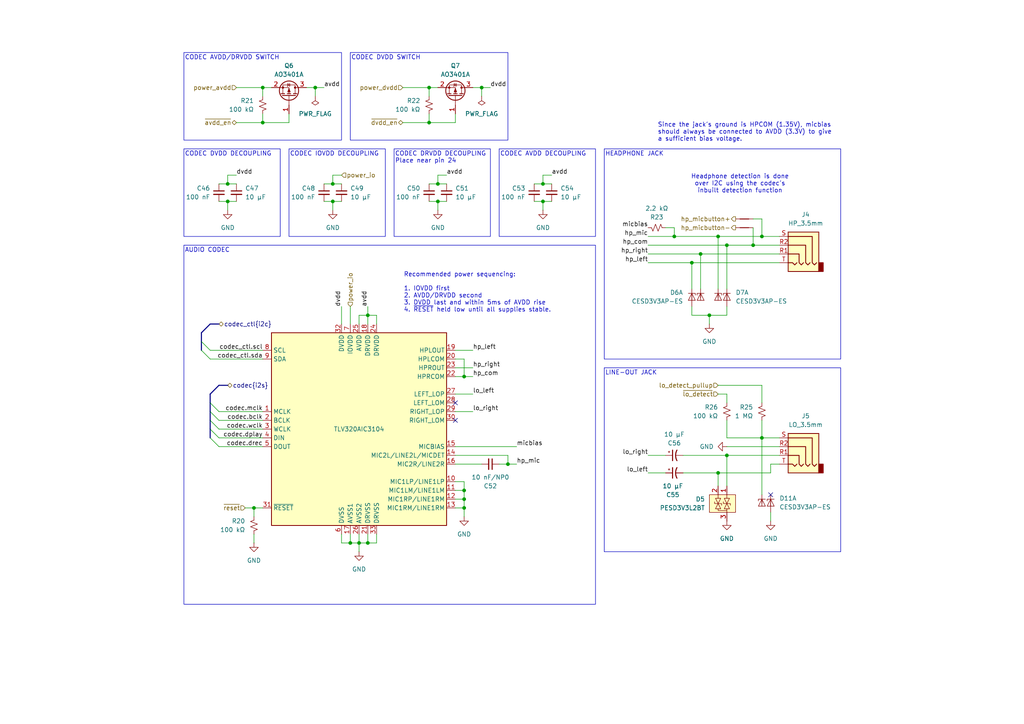
<source format=kicad_sch>
(kicad_sch (version 20231120) (generator "eeschema") (generator_version "8.0")
  (paper "A4")
  (title_block (title "Audio CODEC & 3.5mm jacks") (date "2024-11-14") (rev "Rev1") (comment 1 "Author: Aidan MacDonald"))
  (lib_symbols
    (symbol "Connector_Audio:AudioJack4"
      (property "Reference" "J" (at 0 8.89 0))
      (property "Value" "AudioJack4" (at 0 6.35 0))
      (symbol "AudioJack4_0_1"
        (rectangle (start -6.35 -5.08) (end -7.62 -7.62) (stroke (width 0.254)) (fill (type outline)))
        (polyline (pts (xy 0 -5.08) (xy 0.635 -5.715) (xy 1.27 -5.08) (xy 2.54 -5.08)) (stroke (width 0.254)))
        (polyline (pts (xy -5.715 -5.08) (xy -5.08 -5.715) (xy -4.445 -5.08) (xy -4.445 2.54) (xy 2.54 2.54)) (stroke (width 0.254)))
        (polyline (pts (xy -1.905 -5.08) (xy -1.27 -5.715) (xy -0.635 -5.08) (xy -0.635 -2.54) (xy 2.54 -2.54)) (stroke (width 0.254)))
        (polyline (pts (xy 2.54 0) (xy -2.54 0) (xy -2.54 -5.08) (xy -3.175 -5.715) (xy -3.81 -5.08)) (stroke (width 0.254)))
        (rectangle (start 2.54 3.81) (end -6.35 -7.62) (stroke (width 0.254)) (fill (type background)))
      )
      (symbol "AudioJack4_1_1"
        (pin passive line (at 5.08 -2.54 180) (length 2.54) (name "~") (number "R1"))
        (pin passive line (at 5.08 0 180) (length 2.54) (name "~") (number "R2"))
        (pin passive line (at 5.08 2.54 180) (length 2.54) (name "~") (number "S"))
        (pin passive line (at 5.08 -5.08 180) (length 2.54) (name "~") (number "T"))
      )
    )
    (symbol "Device:C_Polarized_Small_US" (pin_numbers hide) (pin_names (offset 0.254) hide)
      (property "Reference" "C" (at 0.254 1.778 0))
      (property "Value" "C_Polarized_Small_US" (at 0.254 -2.032 0))
      (symbol "C_Polarized_Small_US_0_1"
        (polyline (pts (xy -1.524 0.508) (xy 1.524 0.508)) (stroke (width 0.3048)))
        (polyline (pts (xy -1.27 1.524) (xy -0.762 1.524)))
        (polyline (pts (xy -1.016 1.27) (xy -1.016 1.778)))
        (arc (start 1.524 -0.762) (mid 0 -0.3734) (end -1.524 -0.762) (stroke (width 0.3048)))
      )
      (symbol "C_Polarized_Small_US_1_1"
        (pin passive line (at 0 2.54 270) (length 2.032) (name "~") (number "1"))
        (pin passive line (at 0 -2.54 90) (length 2.032) (name "~") (number "2"))
      )
    )
    (symbol "Device:C_Small" (pin_numbers hide) (pin_names (offset 0.254) hide)
      (property "Reference" "C" (at 0.254 1.778 0))
      (property "Value" "C_Small" (at 0.254 -2.032 0))
      (symbol "C_Small_0_1"
        (polyline (pts (xy -1.524 -0.508) (xy 1.524 -0.508)) (stroke (width 0.3302)))
        (polyline (pts (xy -1.524 0.508) (xy 1.524 0.508)) (stroke (width 0.3048)))
      )
      (symbol "C_Small_1_1"
        (pin passive line (at 0 2.54 270) (length 2.032) (name "~") (number "1"))
        (pin passive line (at 0 -2.54 90) (length 2.032) (name "~") (number "2"))
      )
    )
    (symbol "Device:NetTie_2" (pin_numbers hide) (pin_names (offset 0) hide) (in_bom no)
      (property "Reference" "NT" (at 0 1.27 0))
      (property "Value" "NetTie_2" (at 0 -1.27 0))
      (symbol "NetTie_2_0_1"
        (polyline (pts (xy -1.27 0) (xy 1.27 0)) (stroke (width 0.254)))
      )
      (symbol "NetTie_2_1_1"
        (pin passive line (at -2.54 0 0) (length 2.54) (name "1") (number "1"))
        (pin passive line (at 2.54 0 180) (length 2.54) (name "2") (number "2"))
      )
    )
    (symbol "Device:Q_PMOS_GSD" (pin_names (offset 0) hide)
      (property "Reference" "Q" (at 5.08 1.27 0))
      (property "Value" "Q_PMOS_GSD" (at 5.08 -1.27 0))
      (symbol "Q_PMOS_GSD_0_1"
        (polyline (pts (xy 0.254 0) (xy -2.54 0)))
        (polyline (pts (xy 0.254 1.905) (xy 0.254 -1.905)) (stroke (width 0.254)))
        (polyline (pts (xy 0.762 -1.27) (xy 0.762 -2.286)) (stroke (width 0.254)))
        (polyline (pts (xy 0.762 0.508) (xy 0.762 -0.508)) (stroke (width 0.254)))
        (polyline (pts (xy 0.762 2.286) (xy 0.762 1.27)) (stroke (width 0.254)))
        (polyline (pts (xy 2.54 2.54) (xy 2.54 1.778)))
        (polyline (pts (xy 2.54 -2.54) (xy 2.54 0) (xy 0.762 0)))
        (polyline (pts (xy 0.762 1.778) (xy 3.302 1.778) (xy 3.302 -1.778) (xy 0.762 -1.778)))
        (polyline (pts (xy 2.286 0) (xy 1.27 0.381) (xy 1.27 -0.381) (xy 2.286 0)) (fill (type outline)))
        (polyline (pts (xy 2.794 -0.508) (xy 2.921 -0.381) (xy 3.683 -0.381) (xy 3.81 -0.254)))
        (polyline (pts (xy 3.302 -0.381) (xy 2.921 0.254) (xy 3.683 0.254) (xy 3.302 -0.381)))
        (circle (center 1.651 0) (radius 2.794) (stroke (width 0.254)))
        (circle (center 2.54 -1.778) (radius 0.254) (fill (type outline)))
        (circle (center 2.54 1.778) (radius 0.254) (fill (type outline)))
      )
      (symbol "Q_PMOS_GSD_1_1"
        (pin input line (at -5.08 0 0) (length 2.54) (name "G") (number "1"))
        (pin passive line (at 2.54 -5.08 90) (length 2.54) (name "S") (number "2"))
        (pin passive line (at 2.54 5.08 270) (length 2.54) (name "D") (number "3"))
      )
    )
    (symbol "Device:R_Small_US" (pin_numbers hide) (pin_names (offset 0.254) hide)
      (property "Reference" "R" (at 0.762 0.508 0))
      (property "Value" "R_Small_US" (at 0.762 -1.016 0))
      (symbol "R_Small_US_1_1"
        (polyline (pts (xy 0 0) (xy 1.016 -0.381) (xy 0 -0.762) (xy -1.016 -1.143) (xy 0 -1.524)))
        (polyline (pts (xy 0 1.524) (xy 1.016 1.143) (xy 0 0.762) (xy -1.016 0.381) (xy 0 0)))
        (pin passive line (at 0 2.54 270) (length 1.016) (name "~") (number "1"))
        (pin passive line (at 0 -2.54 90) (length 1.016) (name "~") (number "2"))
      )
    )
    (symbol "echoplayer:CESD3V3AP-ES" (pin_numbers hide) (pin_names hide)
      (property "Reference" "D" (at -1.524 2.54 0))
      (property "Value" "CESD3V3AP-ES" (at 0 -2.54 0))
      (symbol "CESD3V3AP-ES_0_1"
        (polyline (pts (xy 0.762 0) (xy -1.27 0)))
        (polyline (pts (xy -1.27 1.016) (xy -1.27 -1.016) (xy -0.762 -1.016)))
        (polyline (pts (xy 0.762 1.016) (xy -1.27 0) (xy 0.762 -1.016) (xy 0.762 1.016)))
      )
      (symbol "CESD3V3AP-ES_1_1"
        (pin passive line (at -2.54 0 0) (length 2.54) (name "K1") (number "1"))
        (pin passive line (at 2.54 0 180) (length 2.54) (name "A") (number "3"))
      )
      (symbol "CESD3V3AP-ES_2_1"
        (pin passive line (at -2.54 0 0) (length 2.54) (name "K2") (number "2"))
      )
    )
    (symbol "echoplayer:PESD3V3L2BT" (pin_names (offset 0.002) hide)
      (property "Reference" "D" (at -1.524 3.556 0))
      (property "Value" "PESD3V3L2BT" (at 0 -6.604 0))
      (symbol "PESD3V3L2BT_0_1"
        (polyline (pts (xy -1.524 -1.778) (xy 0 -2.54) (xy -1.524 -3.302) (xy -1.524 -1.778)))
        (polyline (pts (xy -1.524 0.762) (xy 0 0) (xy -1.524 -0.762) (xy -1.524 0.762)))
        (polyline (pts (xy 1.524 -1.778) (xy 0 -2.54) (xy 1.524 -3.302) (xy 1.524 -1.778)))
        (polyline (pts (xy 1.524 0.762) (xy 0 0) (xy 1.524 -0.762) (xy 1.524 0.762)))
      )
      (symbol "PESD3V3L2BT_1_1"
        (rectangle (start -2.54 2.54) (end 2.54 -5.08) (fill (type background)))
        (polyline (pts (xy -2.54 -2.54) (xy -1.524 -2.54)))
        (polyline (pts (xy -2.54 0) (xy -1.524 0)))
        (polyline (pts (xy 2.54 0) (xy 1.524 0)))
        (polyline (pts (xy 2.032 0) (xy 2.032 -2.54) (xy 1.524 -2.54)))
        (polyline (pts (xy -0.508 -3.556) (xy 0 -3.556) (xy 0 -1.524) (xy 0.508 -1.524)))
        (polyline (pts (xy -0.508 -1.016) (xy 0 -1.016) (xy 0 1.016) (xy 0.508 1.016)))
        (pin passive line (at -5.08 0 0) (length 2.54) (name "IO1") (number "1"))
        (pin passive line (at -5.08 -2.54 0) (length 2.54) (name "IO2") (number "2"))
        (pin passive line (at 5.08 0 180) (length 2.54) (name "GND") (number "3"))
      )
    )
    (symbol "echoplayer:TLV320AIC3104"
      (property "Value" "TLV320AIC3104" (at -7.366 0 0))
      (symbol "TLV320AIC3104_0_1"
        (rectangle (start -25.4 27.94) (end 25.4 -27.94) (stroke (width 0.254)) (fill (type background)))
      )
      (symbol "TLV320AIC3104_1_1"
        (pin input line (at -27.94 5.08 0) (length 2.54) (name "MCLK") (number "1"))
        (pin input line (at 27.94 -15.24 180) (length 2.54) (name "MIC1LP/LINE1LP") (number "10"))
        (pin input line (at 27.94 -17.78 180) (length 2.54) (name "MIC1LM/LINE1LM") (number "11"))
        (pin input line (at 27.94 -20.32 180) (length 2.54) (name "MIC1RP/LINE1RM") (number "12"))
        (pin input line (at 27.94 -22.86 180) (length 2.54) (name "MIC1RM/LINE1RM") (number "13"))
        (pin input line (at 27.94 -7.62 180) (length 2.54) (name "MIC2L/LINE2L/MICDET") (number "14"))
        (pin power_out line (at 27.94 -5.08 180) (length 2.54) (name "MICBIAS") (number "15"))
        (pin input line (at 27.94 -10.16 180) (length 2.54) (name "MIC2R/LINE2R") (number "16"))
        (pin power_in line (at -2.54 -30.48 90) (length 2.54) (name "AVSS1") (number "17"))
        (pin power_in line (at 2.54 30.48 270) (length 2.54) (name "DRVDD") (number "18"))
        (pin output line (at 27.94 22.86 180) (length 2.54) (name "HPLOUT") (number "19"))
        (pin bidirectional line (at -27.94 2.54 0) (length 2.54) (name "BCLK") (number "2"))
        (pin bidirectional line (at 27.94 20.32 180) (length 2.54) (name "HPLCOM") (number "20"))
        (pin power_in line (at 2.54 -30.48 90) (length 2.54) (name "DRVSS") (number "21"))
        (pin output line (at 27.94 15.24 180) (length 2.54) (name "HPRCOM") (number "22"))
        (pin output line (at 27.94 17.78 180) (length 2.54) (name "HPROUT") (number "23"))
        (pin power_in line (at 5.08 30.48 270) (length 2.54) (name "DRVDD") (number "24"))
        (pin power_in line (at 0 30.48 270) (length 2.54) (name "AVDD") (number "25"))
        (pin power_in line (at 0 -30.48 90) (length 2.54) (name "AVSS2") (number "26"))
        (pin output line (at 27.94 10.16 180) (length 2.54) (name "LEFT_LOP") (number "27"))
        (pin output line (at 27.94 7.62 180) (length 2.54) (name "LEFT_LOM") (number "28"))
        (pin output line (at 27.94 5.08 180) (length 2.54) (name "RIGHT_LOP") (number "29"))
        (pin bidirectional line (at -27.94 0 0) (length 2.54) (name "WCLK") (number "3"))
        (pin output line (at 27.94 2.54 180) (length 2.54) (name "RIGHT_LOM") (number "30"))
        (pin input line (at -27.94 -22.86 0) (length 2.54) (name "~{RESET}") (number "31"))
        (pin power_in line (at -5.08 30.48 270) (length 2.54) (name "DVDD") (number "32"))
        (pin power_in line (at 5.08 -30.48 90) (length 2.54) (name "DRVSS") (number "33"))
        (pin input line (at -27.94 -2.54 0) (length 2.54) (name "DIN") (number "4"))
        (pin output line (at -27.94 -5.08 0) (length 2.54) (name "DOUT") (number "5"))
        (pin power_in line (at -5.08 -30.48 90) (length 2.54) (name "DVSS") (number "6"))
        (pin power_in line (at -2.54 30.48 270) (length 2.54) (name "IOVDD") (number "7"))
        (pin bidirectional line (at -27.94 22.86 0) (length 2.54) (name "SCL") (number "8"))
        (pin bidirectional line (at -27.94 20.32 0) (length 2.54) (name "SDA") (number "9"))
      )
    )
    (symbol "power:GND" (power) (pin_numbers hide) (pin_names (offset 0) hide)
      (property "Value" "GND" (at 0 -3.81 0))
      (symbol "GND_0_1"
        (polyline (pts (xy 0 0) (xy 0 -1.27) (xy 1.27 -1.27) (xy 0 -2.54) (xy -1.27 -1.27) (xy 0 -1.27)))
      )
      (symbol "GND_1_1"
        (pin power_in line (at 0 0 270) (length 0) (name "~") (number "1"))
      )
    )
    (symbol "power:PWR_FLAG" (power) (pin_numbers hide) (pin_names (offset 0) hide)
      (property "Value" "PWR_FLAG" (at 0 3.81 0))
      (symbol "PWR_FLAG_0_0"
        (pin power_out line (at 0 0 90) (length 0) (name "~") (number "1"))
      )
      (symbol "PWR_FLAG_0_1"
        (polyline (pts (xy 0 0) (xy 0 1.27) (xy -1.016 1.905) (xy 0 2.54) (xy 1.016 1.905) (xy 0 1.27)))
      )
    )
  )
  (junction (at 157.48 58.42))
  (junction (at 139.7 25.4))
  (junction (at 147.32 134.62))
  (junction (at 76.2 35.56))
  (junction (at 96.52 53.34))
  (junction (at 208.28 68.58))
  (junction (at 104.14 157.48))
  (junction (at 66.04 58.42))
  (junction (at 106.68 91.44))
  (junction (at 73.66 147.32))
  (junction (at 210.82 71.12))
  (junction (at 134.62 147.32))
  (junction (at 218.44 71.12))
  (junction (at 96.52 58.42))
  (junction (at 200.66 76.2))
  (junction (at 205.74 91.44))
  (junction (at 66.04 53.34))
  (junction (at 124.46 25.4))
  (junction (at 203.2 73.66))
  (junction (at 127 53.34))
  (junction (at 76.2 25.4))
  (junction (at 220.98 127))
  (junction (at 127 58.42))
  (junction (at 134.62 142.24))
  (junction (at 106.68 157.48))
  (junction (at 195.58 68.58))
  (junction (at 157.48 53.34))
  (junction (at 208.28 137.16))
  (junction (at 210.82 132.08))
  (junction (at 101.6 157.48))
  (junction (at 91.44 25.4))
  (junction (at 134.62 144.78))
  (junction (at 220.98 68.58))
  (junction (at 124.46 35.56))
  (junction (at 134.62 109.22))
  (no_connect (at 223.52 143.51))
  (no_connect (at 132.08 116.84))
  (no_connect (at 132.08 121.92))
  (bus_entry (at 60.96 116.84) (size 2.54 2.54))
  (bus_entry (at 58.42 101.6) (size 2.54 2.54))
  (bus_entry (at 60.96 119.38) (size 2.54 2.54))
  (bus_entry (at 60.96 124.46) (size 2.54 2.54))
  (bus_entry (at 58.42 99.06) (size 2.54 2.54))
  (bus_entry (at 60.96 127) (size 2.54 2.54))
  (bus_entry (at 60.96 121.92) (size 2.54 2.54))
  (wire (pts (xy 200.66 76.2) (xy 200.66 83.82)))
  (wire (pts (xy 106.68 154.94) (xy 106.68 157.48)))
  (wire (pts (xy 104.14 91.44) (xy 106.68 91.44)))
  (wire (pts (xy 134.62 149.86) (xy 134.62 147.32)))
  (wire (pts (xy 157.48 58.42) (xy 160.02 58.42)))
  (wire (pts (xy 96.52 50.8) (xy 96.52 53.34)))
  (wire (pts (xy 226.06 127) (xy 220.98 127)))
  (wire (pts (xy 208.28 137.16) (xy 223.52 137.16)))
  (wire (pts (xy 134.62 144.78) (xy 134.62 147.32)))
  (wire (pts (xy 66.04 60.96) (xy 66.04 58.42)))
  (wire (pts (xy 210.82 132.08) (xy 226.06 132.08)))
  (bus (pts (xy 60.96 116.84) (xy 60.96 119.38)))
  (wire (pts (xy 134.62 104.14) (xy 134.62 109.22)))
  (wire (pts (xy 73.66 147.32) (xy 76.2 147.32)))
  (wire (pts (xy 147.32 134.62) (xy 149.86 134.62)))
  (wire (pts (xy 132.08 129.54) (xy 149.86 129.54)))
  (wire (pts (xy 220.98 63.5) (xy 220.98 68.58)))
  (bus (pts (xy 60.96 124.46) (xy 60.96 127)))
  (wire (pts (xy 99.06 154.94) (xy 99.06 157.48)))
  (wire (pts (xy 132.08 142.24) (xy 134.62 142.24)))
  (wire (pts (xy 208.28 68.58) (xy 208.28 83.82)))
  (wire (pts (xy 71.12 147.32) (xy 73.66 147.32)))
  (wire (pts (xy 134.62 109.22) (xy 137.16 109.22)))
  (wire (pts (xy 60.96 101.6) (xy 76.2 101.6)))
  (wire (pts (xy 195.58 68.58) (xy 208.28 68.58)))
  (wire (pts (xy 203.2 73.66) (xy 203.2 83.82)))
  (wire (pts (xy 76.2 35.56) (xy 68.58 35.56)))
  (wire (pts (xy 127 50.8) (xy 127 53.34)))
  (wire (pts (xy 83.82 33.02) (xy 83.82 35.56)))
  (wire (pts (xy 106.68 88.9) (xy 106.68 91.44)))
  (wire (pts (xy 106.68 91.44) (xy 106.68 93.98)))
  (wire (pts (xy 210.82 129.54) (xy 226.06 129.54)))
  (wire (pts (xy 104.14 154.94) (xy 104.14 157.48)))
  (wire (pts (xy 66.04 53.34) (xy 68.58 53.34)))
  (wire (pts (xy 218.44 63.5) (xy 220.98 63.5)))
  (wire (pts (xy 203.2 73.66) (xy 226.06 73.66)))
  (wire (pts (xy 200.66 76.2) (xy 226.06 76.2)))
  (wire (pts (xy 106.68 91.44) (xy 109.22 91.44)))
  (wire (pts (xy 218.44 66.04) (xy 218.44 71.12)))
  (bus (pts (xy 58.42 99.06) (xy 58.42 101.6)))
  (wire (pts (xy 93.98 58.42) (xy 96.52 58.42)))
  (wire (pts (xy 99.06 88.9) (xy 99.06 93.98)))
  (wire (pts (xy 208.28 68.58) (xy 220.98 68.58)))
  (wire (pts (xy 109.22 157.48) (xy 106.68 157.48)))
  (wire (pts (xy 218.44 71.12) (xy 226.06 71.12)))
  (bus (pts (xy 60.96 93.98) (xy 63.5 93.98)))
  (wire (pts (xy 210.82 88.9) (xy 210.82 91.44)))
  (wire (pts (xy 104.14 157.48) (xy 104.14 160.02)))
  (wire (pts (xy 91.44 25.4) (xy 93.98 25.4)))
  (wire (pts (xy 96.52 58.42) (xy 99.06 58.42)))
  (wire (pts (xy 210.82 114.3) (xy 208.28 114.3)))
  (wire (pts (xy 91.44 25.4) (xy 91.44 27.94)))
  (wire (pts (xy 144.78 134.62) (xy 147.32 134.62)))
  (wire (pts (xy 208.28 137.16) (xy 208.28 140.97)))
  (wire (pts (xy 187.96 73.66) (xy 203.2 73.66)))
  (bus (pts (xy 60.96 114.3) (xy 60.96 116.84)))
  (wire (pts (xy 109.22 91.44) (xy 109.22 93.98)))
  (wire (pts (xy 132.08 109.22) (xy 134.62 109.22)))
  (wire (pts (xy 154.94 58.42) (xy 157.48 58.42)))
  (wire (pts (xy 132.08 119.38) (xy 137.16 119.38)))
  (wire (pts (xy 76.2 33.02) (xy 76.2 35.56)))
  (wire (pts (xy 132.08 114.3) (xy 137.16 114.3)))
  (wire (pts (xy 220.98 127) (xy 220.98 121.92)))
  (wire (pts (xy 137.16 25.4) (xy 139.7 25.4)))
  (wire (pts (xy 210.82 71.12) (xy 218.44 71.12)))
  (wire (pts (xy 124.46 35.56) (xy 116.84 35.56)))
  (wire (pts (xy 223.52 137.16) (xy 223.52 134.62)))
  (wire (pts (xy 66.04 50.8) (xy 68.58 50.8)))
  (wire (pts (xy 132.08 144.78) (xy 134.62 144.78)))
  (wire (pts (xy 139.7 25.4) (xy 142.24 25.4)))
  (bus (pts (xy 60.96 119.38) (xy 60.96 121.92)))
  (wire (pts (xy 63.5 53.34) (xy 66.04 53.34)))
  (wire (pts (xy 147.32 132.08) (xy 147.32 134.62)))
  (wire (pts (xy 73.66 154.94) (xy 73.66 157.48)))
  (wire (pts (xy 101.6 154.94) (xy 101.6 157.48)))
  (bus (pts (xy 58.42 96.52) (xy 60.96 93.98)))
  (wire (pts (xy 187.96 71.12) (xy 210.82 71.12)))
  (wire (pts (xy 132.08 139.7) (xy 134.62 139.7)))
  (wire (pts (xy 210.82 116.84) (xy 210.82 114.3)))
  (wire (pts (xy 198.12 137.16) (xy 208.28 137.16)))
  (wire (pts (xy 104.14 93.98) (xy 104.14 91.44)))
  (wire (pts (xy 154.94 53.34) (xy 157.48 53.34)))
  (wire (pts (xy 193.04 66.04) (xy 195.58 66.04)))
  (wire (pts (xy 68.58 25.4) (xy 76.2 25.4)))
  (wire (pts (xy 210.82 127) (xy 220.98 127)))
  (wire (pts (xy 127 60.96) (xy 127 58.42)))
  (wire (pts (xy 223.52 134.62) (xy 226.06 134.62)))
  (wire (pts (xy 93.98 53.34) (xy 96.52 53.34)))
  (wire (pts (xy 76.2 25.4) (xy 76.2 27.94)))
  (wire (pts (xy 63.5 124.46) (xy 76.2 124.46)))
  (wire (pts (xy 132.08 35.56) (xy 124.46 35.56)))
  (wire (pts (xy 116.84 25.4) (xy 124.46 25.4)))
  (wire (pts (xy 88.9 25.4) (xy 91.44 25.4)))
  (wire (pts (xy 127 50.8) (xy 129.54 50.8)))
  (wire (pts (xy 132.08 134.62) (xy 139.7 134.62)))
  (wire (pts (xy 210.82 71.12) (xy 210.82 83.82)))
  (wire (pts (xy 106.68 157.48) (xy 104.14 157.48)))
  (wire (pts (xy 96.52 53.34) (xy 99.06 53.34)))
  (wire (pts (xy 205.74 91.44) (xy 205.74 93.98)))
  (wire (pts (xy 60.96 104.14) (xy 76.2 104.14)))
  (wire (pts (xy 63.5 127) (xy 76.2 127)))
  (wire (pts (xy 63.5 129.54) (xy 76.2 129.54)))
  (wire (pts (xy 101.6 88.9) (xy 101.6 93.98)))
  (wire (pts (xy 223.52 148.59) (xy 223.52 151.13)))
  (wire (pts (xy 157.48 50.8) (xy 160.02 50.8)))
  (wire (pts (xy 132.08 33.02) (xy 132.08 35.56)))
  (wire (pts (xy 63.5 119.38) (xy 76.2 119.38)))
  (wire (pts (xy 109.22 154.94) (xy 109.22 157.48)))
  (wire (pts (xy 134.62 139.7) (xy 134.62 142.24)))
  (wire (pts (xy 63.5 58.42) (xy 66.04 58.42)))
  (wire (pts (xy 76.2 25.4) (xy 78.74 25.4)))
  (wire (pts (xy 101.6 157.48) (xy 104.14 157.48)))
  (wire (pts (xy 96.52 50.8) (xy 99.06 50.8)))
  (wire (pts (xy 124.46 33.02) (xy 124.46 35.56)))
  (wire (pts (xy 139.7 25.4) (xy 139.7 27.94)))
  (wire (pts (xy 187.96 132.08) (xy 193.04 132.08)))
  (wire (pts (xy 195.58 66.04) (xy 195.58 68.58)))
  (bus (pts (xy 60.96 121.92) (xy 60.96 124.46)))
  (wire (pts (xy 157.48 53.34) (xy 160.02 53.34)))
  (wire (pts (xy 124.46 25.4) (xy 124.46 27.94)))
  (wire (pts (xy 132.08 104.14) (xy 134.62 104.14)))
  (wire (pts (xy 210.82 121.92) (xy 210.82 127)))
  (wire (pts (xy 200.66 91.44) (xy 205.74 91.44)))
  (wire (pts (xy 134.62 147.32) (xy 132.08 147.32)))
  (wire (pts (xy 83.82 35.56) (xy 76.2 35.56)))
  (wire (pts (xy 132.08 101.6) (xy 137.16 101.6)))
  (wire (pts (xy 63.5 121.92) (xy 76.2 121.92)))
  (wire (pts (xy 208.28 111.76) (xy 220.98 111.76)))
  (wire (pts (xy 132.08 132.08) (xy 147.32 132.08)))
  (wire (pts (xy 220.98 127) (xy 220.98 143.51)))
  (wire (pts (xy 187.96 76.2) (xy 200.66 76.2)))
  (wire (pts (xy 66.04 58.42) (xy 68.58 58.42)))
  (wire (pts (xy 157.48 50.8) (xy 157.48 53.34)))
  (wire (pts (xy 127 58.42) (xy 129.54 58.42)))
  (wire (pts (xy 200.66 88.9) (xy 200.66 91.44)))
  (wire (pts (xy 220.98 68.58) (xy 226.06 68.58)))
  (bus (pts (xy 58.42 96.52) (xy 58.42 99.06)))
  (wire (pts (xy 124.46 25.4) (xy 127 25.4)))
  (wire (pts (xy 198.12 132.08) (xy 210.82 132.08)))
  (wire (pts (xy 66.04 50.8) (xy 66.04 53.34)))
  (wire (pts (xy 99.06 157.48) (xy 101.6 157.48)))
  (wire (pts (xy 134.62 142.24) (xy 134.62 144.78)))
  (bus (pts (xy 63.5 111.76) (xy 60.96 114.3)))
  (bus (pts (xy 63.5 111.76) (xy 66.04 111.76)))
  (wire (pts (xy 210.82 132.08) (xy 210.82 140.97)))
  (wire (pts (xy 187.96 68.58) (xy 195.58 68.58)))
  (wire (pts (xy 157.48 60.96) (xy 157.48 58.42)))
  (wire (pts (xy 210.82 91.44) (xy 205.74 91.44)))
  (wire (pts (xy 127 53.34) (xy 129.54 53.34)))
  (wire (pts (xy 132.08 106.68) (xy 137.16 106.68)))
  (wire (pts (xy 96.52 60.96) (xy 96.52 58.42)))
  (wire (pts (xy 124.46 58.42) (xy 127 58.42)))
  (wire (pts (xy 73.66 147.32) (xy 73.66 149.86)))
  (wire (pts (xy 124.46 53.34) (xy 127 53.34)))
  (wire (pts (xy 220.98 111.76) (xy 220.98 116.84)))
  (wire (pts (xy 187.96 137.16) (xy 193.04 137.16)))
  (rectangle (start 175.26 43.18) (end 243.84 104.14))
  (rectangle (start 101.6 15.24) (end 147.32 40.64))
  (rectangle (start 175.26 106.68) (end 243.84 160.02))
  (rectangle (start 53.34 71.12) (end 172.72 175.26))
  (rectangle (start 114.3 43.18) (end 142.24 68.58))
  (rectangle (start 144.78 43.18) (end 172.72 68.58))
  (rectangle (start 83.82 43.18) (end 111.76 68.58))
  (rectangle (start 53.34 15.24) (end 99.06 40.64))
  (rectangle (start 53.34 43.18) (end 81.28 68.58))
  (text "HEADPHONE JACK" (at 175.514 43.942 0) (effects (font (size 1.27 1.27)) (justify left top)))
  (text "CODEC AVDD DECOUPLING" (at 145.034 43.942 0) (effects (font (size 1.27 1.27)) (justify left top)))
  (text "CODEC AVDD/DRVDD SWITCH" (at 53.594 16.764 0) (effects (font (size 1.27 1.27)) (justify left)))
  (text "CODEC DRVDD DECOUPLING\nPlace near pin 24" (at 114.554 43.942 0) (effects (font (size 1.27 1.27)) (justify left top)))
  (text "Headphone detection is done\nover I2C using the codec's\ninbuilt detection function" (at 214.63 53.34 0) (effects (font (size 1.27 1.27))))
  (text "CODEC DVDD DECOUPLING" (at 53.594 43.942 0) (effects (font (size 1.27 1.27)) (justify left top)))
  (text "LINE-OUT JACK" (at 175.514 107.442 0) (effects (font (size 1.27 1.27)) (justify left top)))
  (text "CODEC IOVDD DECOUPLING" (at 84.074 43.942 0) (effects (font (size 1.27 1.27)) (justify left top)))
  (text "Since the jack's ground is HPCOM (1.35V), micbias\nshould always be connected to AVDD (3.3V) to give\na sufficient bias voltage." (at 190.754 38.354 0) (effects (font (size 1.27 1.27)) (justify left)))
  (text "AUDIO CODEC" (at 53.594 71.882 0) (effects (font (size 1.27 1.27)) (justify left top)))
  (text "Recommended power sequencing:\n\n1. IOVDD first\n2. AVDD/DRVDD second\n3. DVDD last and within 5ms of AVDD rise\n4. ~{RESET} held low until all supplies stable." (at 117.094 84.836 0) (effects (font (size 1.27 1.27)) (justify left)))
  (text "CODEC DVDD SWITCH" (at 101.854 16.764 0) (effects (font (size 1.27 1.27)) (justify left)))
  (label "lo_right" (at 187.96 132.08 180))
  (label "codec_ctl.scl" (at 76.2 101.6 180))
  (label "codec.dplay" (at 76.2 127 180))
  (label "micbias" (at 149.86 129.54 0))
  (label "hp_mic" (at 187.96 68.58 180))
  (label "avdd" (at 93.98 25.4 0))
  (label "micbias" (at 187.96 66.04 180))
  (label "codec.mclk" (at 76.2 119.38 180))
  (label "hp_mic" (at 149.86 134.62 0))
  (label "hp_left" (at 187.96 76.2 180))
  (label "dvdd" (at 142.24 25.4 0))
  (label "lo_left" (at 137.16 114.3 0))
  (label "codec.drec" (at 76.2 129.54 180))
  (label "hp_right" (at 187.96 73.66 180))
  (label "codec.bclk" (at 76.2 121.92 180))
  (label "codec_ctl.sda" (at 76.2 104.14 180))
  (label "lo_right" (at 137.16 119.38 0))
  (label "hp_com" (at 137.16 109.22 0))
  (label "dvdd" (at 99.06 88.9 90))
  (label "dvdd" (at 68.58 50.8 0))
  (label "avdd" (at 129.54 50.8 0))
  (label "hp_right" (at 137.16 106.68 0))
  (label "codec.wclk" (at 76.2 124.46 180))
  (label "lo_left" (at 187.96 137.16 180))
  (label "avdd" (at 106.68 88.9 90))
  (label "hp_left" (at 137.16 101.6 0))
  (label "hp_com" (at 187.96 71.12 180))
  (label "avdd" (at 160.02 50.8 0))
  (hierarchical_label "~{dvdd_en}" (shape tri_state) (at 116.84 35.56 180))
  (hierarchical_label "codec{i2s}" (shape bidirectional) (at 66.04 111.76 0))
  (hierarchical_label "power_avdd" (shape input) (at 68.58 25.4 180))
  (hierarchical_label "hp_micbutton-" (shape output) (at 213.36 66.04 180))
  (hierarchical_label "codec_ctl{i2c}" (shape bidirectional) (at 63.5 93.98 0))
  (hierarchical_label "~{avdd_en}" (shape tri_state) (at 68.58 35.56 180))
  (hierarchical_label "~{lo_detect}" (shape input) (at 208.28 114.3 180) (effects (font (thickness 0.1588))))
  (hierarchical_label "power_io" (shape input) (at 99.06 50.8 0))
  (hierarchical_label "power_dvdd" (shape input) (at 116.84 25.4 180))
  (hierarchical_label "~{reset}" (shape input) (at 71.12 147.32 180))
  (hierarchical_label "power_io" (shape input) (at 101.6 88.9 90))
  (hierarchical_label "hp_micbutton+" (shape output) (at 213.36 63.5 180))
  (hierarchical_label "lo_detect_pullup" (shape input) (at 208.28 111.76 180) (effects (font (thickness 0.1588))))
  (symbol (lib_id "power:PWR_FLAG") (at 91.44 27.94 180) (unit 1)
    (property "Reference" "#FLG06" (effects (hide yes)))
    (property "Value" "PWR_FLAG" (at 91.44 33.02 0))
    (property "Description" "Special symbol for telling ERC where power comes from" (effects (hide yes)))
  )
  (symbol (lib_id "Device:C_Small") (at 93.98 55.88 0) (mirror y) (unit 1)
    (property "Reference" "C48" (at 91.44 54.6162 0) (effects (justify left)))
    (property "Value" "100 nF" (at 91.44 57.1562 0) (effects (justify left)))
    (property "Footprint" "Capacitor_SMD:C_0402_1005Metric" (effects (hide yes)))
    (property "Description" "Unpolarized capacitor, small symbol" (effects (hide yes)))
    (property "LCSC#" "C77020" (effects (hide yes)))
  )
  (symbol (lib_id "Device:R_Small_US") (at 210.82 119.38 0) (mirror y) (unit 1)
    (property "Reference" "R26" (at 208.28 118.1099 0) (effects (justify left)))
    (property "Value" "100 kΩ" (at 208.28 120.6499 0) (effects (justify left)))
    (property "Footprint" "Resistor_SMD:R_0402_1005Metric" (effects (hide yes)))
    (property "Description" "Resistor, small US symbol" (effects (hide yes)))
    (property "LCSC#" "C60491" (effects (hide yes)))
  )
  (symbol (lib_id "echoplayer:CESD3V3AP-ES") (at 220.98 146.05 270) (unit 2)
    (property "Reference" "D11" (effects (hide yes)))
    (property "Value" "CESD3V3AP-ES" (effects (hide yes)))
    (property "Footprint" "Package_TO_SOT_SMD:SOT-23" (effects (hide yes)))
    (property "Datasheet" "https://www.lcsc.com/datasheet/lcsc_datasheet_2409051031_ElecSuper-CESD3V3AP-ES_C5199223.pdf" (effects (hide yes)))
    (property "Description" "Unidirectional dual ESD protection diode array, 3.3V, Common Anode, SOT-23" (effects (hide yes)))
    (property "LCSC#" "C5199223" (effects (hide yes)))
  )
  (symbol (lib_id "Device:R_Small_US") (at 220.98 119.38 0) (mirror y) (unit 1)
    (property "Reference" "R25" (at 218.44 118.1099 0) (effects (justify left)))
    (property "Value" "1 MΩ" (at 218.44 120.6499 0) (effects (justify left)))
    (property "Footprint" "Resistor_SMD:R_0402_1005Metric" (effects (hide yes)))
    (property "Description" "Resistor, small US symbol" (effects (hide yes)))
    (property "LCSC#" "C138033" (effects (hide yes)))
  )
  (symbol (lib_id "Device:C_Small") (at 129.54 55.88 0) (unit 1)
    (property "Reference" "C51" (at 132.08 54.6162 0) (effects (justify left)))
    (property "Value" "10 µF" (at 132.08 57.1562 0) (effects (justify left)))
    (property "Footprint" "Capacitor_SMD:C_0603_1608Metric" (effects (hide yes)))
    (property "Description" "Unpolarized capacitor, small symbol" (effects (hide yes)))
    (property "LCSC#" "C91606" (effects (hide yes)))
  )
  (symbol (lib_id "Device:NetTie_2") (at 215.9 63.5 0) (unit 1) (in_bom no)
    (property "Reference" "NT1" (effects (hide yes)))
    (property "Value" "NetTie_2" (effects (hide yes)))
    (property "Footprint" "echoplayer:NetTie_0.15mm_SMD" (effects (hide yes)))
    (property "Description" "Net tie, 2 pins" (effects (hide yes)))
  )
  (symbol (lib_id "Device:C_Small") (at 68.58 55.88 0) (unit 1)
    (property "Reference" "C47" (at 71.12 54.6162 0) (effects (justify left)))
    (property "Value" "10 µF" (at 71.12 57.1562 0) (effects (justify left)))
    (property "Footprint" "Capacitor_SMD:C_0603_1608Metric" (effects (hide yes)))
    (property "Description" "Unpolarized capacitor, small symbol" (effects (hide yes)))
    (property "LCSC#" "C91606" (effects (hide yes)))
  )
  (symbol (lib_id "power:GND") (at 223.52 151.13 0) (unit 1)
    (property "Reference" "#PWR051" (effects (hide yes)))
    (property "Value" "GND" (at 223.52 156.21 0))
    (property "Description" "Power symbol creates a global label with name \"GND\" , ground" (effects (hide yes)))
  )
  (symbol (lib_id "Device:Q_PMOS_GSD") (at 132.08 27.94 270) (mirror x) (unit 1)
    (property "Reference" "Q7" (at 132.08 19.05 90))
    (property "Value" "AO3401A" (at 132.08 21.59 90))
    (property "Footprint" "Package_TO_SOT_SMD:SOT-23" (effects (hide yes)))
    (property "Datasheet" "https://www.lcsc.com/datasheet/lcsc_datasheet_2311091734_UMW-Youtai-Semiconductor-Co---Ltd--AO3401A_C347476.pdf" (effects (hide yes)))
    (property "Description" "P-MOSFET transistor, gate/source/drain" (effects (hide yes)))
    (property "LCSC#" "C347476" (effects (hide yes)))
  )
  (symbol (lib_id "echoplayer:CESD3V3AP-ES") (at 203.2 86.36 270) (unit 2)
    (property "Reference" "D6" (effects (hide yes)))
    (property "Value" "CESD3V3AP-ES" (effects (hide yes)))
    (property "Footprint" "Package_TO_SOT_SMD:SOT-23" (effects (hide yes)))
    (property "Datasheet" "https://www.lcsc.com/datasheet/lcsc_datasheet_2409051031_ElecSuper-CESD3V3AP-ES_C5199223.pdf" (effects (hide yes)))
    (property "Description" "Unidirectional dual ESD protection diode array, 3.3V, Common Anode, SOT-23" (effects (hide yes)))
    (property "LCSC#" "C5199223" (effects (hide yes)))
  )
  (symbol (lib_id "echoplayer:CESD3V3AP-ES") (at 210.82 86.36 270) (unit 1)
    (property "Reference" "D7" (at 213.36 84.8359 90) (effects (justify left)))
    (property "Value" "CESD3V3AP-ES" (at 213.36 87.3759 90) (effects (justify left)))
    (property "Footprint" "Package_TO_SOT_SMD:SOT-23" (effects (hide yes)))
    (property "Datasheet" "https://www.lcsc.com/datasheet/lcsc_datasheet_2409051031_ElecSuper-CESD3V3AP-ES_C5199223.pdf" (effects (hide yes)))
    (property "Description" "Unidirectional dual ESD protection diode array, 3.3V, Common Anode, SOT-23" (effects (hide yes)))
    (property "LCSC#" "C5199223" (effects (hide yes)))
  )
  (symbol (lib_id "power:PWR_FLAG") (at 139.7 27.94 180) (unit 1)
    (property "Reference" "#FLG05" (effects (hide yes)))
    (property "Value" "PWR_FLAG" (at 139.7 33.02 0))
    (property "Description" "Special symbol for telling ERC where power comes from" (effects (hide yes)))
  )
  (symbol (lib_id "Device:C_Small") (at 99.06 55.88 0) (unit 1)
    (property "Reference" "C49" (at 101.6 54.6162 0) (effects (justify left)))
    (property "Value" "10 µF" (at 101.6 57.1562 0) (effects (justify left)))
    (property "Footprint" "Capacitor_SMD:C_0603_1608Metric" (effects (hide yes)))
    (property "Description" "Unpolarized capacitor, small symbol" (effects (hide yes)))
    (property "LCSC#" "C91606" (effects (hide yes)))
  )
  (symbol (lib_id "Device:NetTie_2") (at 215.9 66.04 0) (unit 1) (in_bom no)
    (property "Reference" "NT2" (effects (hide yes)))
    (property "Value" "NetTie_2" (effects (hide yes)))
    (property "Footprint" "echoplayer:NetTie_0.15mm_SMD" (effects (hide yes)))
    (property "Description" "Net tie, 2 pins" (effects (hide yes)))
  )
  (symbol (lib_id "echoplayer:TLV320AIC3104") (at 104.14 124.46 0) (unit 1)
    (property "Reference" "U9" (effects (hide yes)))
    (property "Value" "TLV320AIC3104" (at 96.774 124.46 0) (effects (justify left)))
    (property "Footprint" "Package_DFN_QFN:Texas_RHB0032E_VQFN-32-1EP_5x5mm_P0.5mm_EP3.45x3.45mm_ThermalVias" (effects (hide yes)))
    (property "Datasheet" "http://www.ti.com/lit/ds/symlink/tlv320aic3104.pdf" (effects (hide yes)))
    (property "Description" "Low-Power Stereo Audio Codec for Portable Audio and Telephony, VQFN-32" (effects (hide yes)))
    (property "LCSC#" "C181753" (effects (hide yes)))
  )
  (symbol (lib_id "power:GND") (at 157.48 60.96 0) (unit 1)
    (property "Reference" "#PWR048" (effects (hide yes)))
    (property "Value" "GND" (at 157.48 66.04 0))
    (property "Description" "Power symbol creates a global label with name \"GND\" , ground" (effects (hide yes)))
  )
  (symbol (lib_id "Device:C_Small") (at 142.24 134.62 270) (mirror x) (unit 1)
    (property "Reference" "C52" (at 142.2336 140.97 90))
    (property "Value" "10 nF/NP0" (at 142.2336 138.43 90) (effects (font (thickness 0.1588))))
    (property "Footprint" "Capacitor_SMD:C_0603_1608Metric" (effects (hide yes)))
    (property "Description" "Unpolarized capacitor, small symbol" (effects (hide yes)))
    (property "LCSC#" "C85973" (effects (hide yes)))
  )
  (symbol (lib_id "Device:C_Polarized_Small_US") (at 195.58 132.08 90) (mirror x) (unit 1)
    (property "Reference" "C56" (at 195.58 128.524 90))
    (property "Value" "10 µF" (at 195.58 125.984 90))
    (property "Footprint" "Capacitor_SMD:CP_Elec_4x5.4" (effects (hide yes)))
    (property "Description" "Polarized capacitor, small US symbol" (effects (hide yes)))
    (property "LCSC#" "C72485" (effects (hide yes)))
  )
  (symbol (lib_id "Connector_Audio:AudioJack4") (at 231.14 71.12 0) (mirror y) (unit 1)
    (property "Reference" "J4" (at 233.68 62.23 0))
    (property "Value" "HP_3.5mm" (at 233.68 64.77 0))
    (property "Footprint" "echoplayer:Jack_3.5mm_HCTL_HC-PJ-320A-4P-D" (effects (hide yes)))
    (property "Datasheet" "https://www.lcsc.com/datasheet/lcsc_datasheet_2303141000_HCTL-HC-PJ-320A-4P-D_C5372851.pdf" (effects (hide yes)))
    (property "Description" "Audio Jack, 4 Poles (TRRS)" (effects (hide yes)))
    (property "LCSC#" "C5372851" (effects (hide yes)))
  )
  (symbol (lib_id "Device:C_Small") (at 154.94 55.88 0) (mirror y) (unit 1)
    (property "Reference" "C53" (at 152.4 54.6162 0) (effects (justify left)))
    (property "Value" "100 nF" (at 152.4 57.1562 0) (effects (justify left)))
    (property "Footprint" "Capacitor_SMD:C_0402_1005Metric" (effects (hide yes)))
    (property "Description" "Unpolarized capacitor, small symbol" (effects (hide yes)))
    (property "LCSC#" "C77020" (effects (hide yes)))
  )
  (symbol (lib_id "echoplayer:PESD3V3L2BT") (at 210.82 146.05 270) (unit 1)
    (property "Reference" "D5" (at 204.47 144.7799 90) (effects (justify right)))
    (property "Value" "PESD3V3L2BT" (at 204.47 147.3199 90) (effects (justify right)))
    (property "Footprint" "Package_TO_SOT_SMD:SOT-23" (effects (hide yes)))
    (property "Datasheet" "https://www.lcsc.com/datasheet/lcsc_datasheet_2410010101_TECH-PUBLIC-PESD3V3L2BT_C2923380.pdf" (effects (hide yes)))
    (property "Description" "Low capacitance bidirectional dual ESD protection diode array, 3.3V, SOT-23" (effects (hide yes)))
    (property "LCSC#" "C2923380" (effects (hide yes)))
  )
  (symbol (lib_id "power:GND") (at 205.74 93.98 0) (unit 1)
    (property "Reference" "#PWR050" (effects (hide yes)))
    (property "Value" "GND" (at 205.74 99.06 0))
    (property "Description" "Power symbol creates a global label with name \"GND\" , ground" (effects (hide yes)))
  )
  (symbol (lib_id "power:GND") (at 210.82 129.54 270) (unit 1)
    (property "Reference" "#PWR049" (effects (hide yes)))
    (property "Value" "GND" (at 207.01 129.5399 90) (effects (justify right)))
    (property "Description" "Power symbol creates a global label with name \"GND\" , ground" (effects (hide yes)))
  )
  (symbol (lib_id "Device:C_Small") (at 63.5 55.88 0) (mirror y) (unit 1)
    (property "Reference" "C46" (at 60.96 54.6162 0) (effects (justify left)))
    (property "Value" "100 nF" (at 60.96 57.1562 0) (effects (justify left)))
    (property "Footprint" "Capacitor_SMD:C_0402_1005Metric" (effects (hide yes)))
    (property "Description" "Unpolarized capacitor, small symbol" (effects (hide yes)))
    (property "LCSC#" "C77020" (effects (hide yes)))
  )
  (symbol (lib_id "Device:R_Small_US") (at 124.46 30.48 0) (mirror y) (unit 1)
    (property "Reference" "R22" (at 121.92 29.2099 0) (effects (justify left)))
    (property "Value" "100 kΩ" (at 121.92 31.7499 0) (effects (justify left)))
    (property "Footprint" "Resistor_SMD:R_0402_1005Metric" (effects (hide yes)))
    (property "Description" "Resistor, small US symbol" (effects (hide yes)))
    (property "LCSC#" "C60491" (effects (hide yes)))
  )
  (symbol (lib_id "Device:C_Polarized_Small_US") (at 195.58 137.16 90) (mirror x) (unit 1)
    (property "Reference" "C55" (at 195.1482 143.51 90))
    (property "Value" "10 µF" (at 195.1482 140.97 90))
    (property "Footprint" "Capacitor_SMD:CP_Elec_4x5.4" (effects (hide yes)))
    (property "Description" "Polarized capacitor, small US symbol" (effects (hide yes)))
    (property "LCSC#" "C72485" (effects (hide yes)))
  )
  (symbol (lib_id "Device:R_Small_US") (at 76.2 30.48 0) (mirror y) (unit 1)
    (property "Reference" "R21" (at 73.66 29.2099 0) (effects (justify left)))
    (property "Value" "100 kΩ" (at 73.66 31.7499 0) (effects (justify left)))
    (property "Footprint" "Resistor_SMD:R_0402_1005Metric" (effects (hide yes)))
    (property "Description" "Resistor, small US symbol" (effects (hide yes)))
    (property "LCSC#" "C60491" (effects (hide yes)))
  )
  (symbol (lib_id "Connector_Audio:AudioJack4") (at 231.14 129.54 0) (mirror y) (unit 1)
    (property "Reference" "J5" (at 233.68 120.65 0))
    (property "Value" "LO_3.5mm" (at 233.68 123.19 0))
    (property "Footprint" "echoplayer:Jack_3.5mm_HCTL_HC-PJ-320A-4P-D" (effects (hide yes)))
    (property "Datasheet" "https://www.lcsc.com/datasheet/lcsc_datasheet_2303141000_HCTL-HC-PJ-320A-4P-D_C5372851.pdf" (effects (hide yes)))
    (property "Description" "Audio Jack, 4 Poles (TRRS)" (effects (hide yes)))
    (property "LCSC#" "C5372851" (effects (hide yes)))
  )
  (symbol (lib_id "Device:C_Small") (at 160.02 55.88 0) (unit 1)
    (property "Reference" "C54" (at 162.56 54.6162 0) (effects (justify left)))
    (property "Value" "10 µF" (at 162.56 57.1562 0) (effects (justify left)))
    (property "Footprint" "Capacitor_SMD:C_0603_1608Metric" (effects (hide yes)))
    (property "Description" "Unpolarized capacitor, small symbol" (effects (hide yes)))
    (property "LCSC#" "C91606" (effects (hide yes)))
  )
  (symbol (lib_id "Device:R_Small_US") (at 190.5 66.04 90) (mirror x) (unit 1)
    (property "Reference" "R23" (at 190.5 62.992 90))
    (property "Value" "2.2 kΩ" (at 190.5 60.452 90))
    (property "Footprint" "Resistor_SMD:R_0402_1005Metric" (effects (hide yes)))
    (property "Description" "Resistor, small US symbol" (effects (hide yes)))
    (property "LCSC#" "C114762" (effects (hide yes)))
  )
  (symbol (lib_id "echoplayer:CESD3V3AP-ES") (at 200.66 86.36 90) (mirror x) (unit 1)
    (property "Reference" "D6" (at 198.12 84.8359 90) (effects (justify left)))
    (property "Value" "CESD3V3AP-ES" (at 198.12 87.3759 90) (effects (justify left)))
    (property "Footprint" "Package_TO_SOT_SMD:SOT-23" (effects (hide yes)))
    (property "Datasheet" "https://www.lcsc.com/datasheet/lcsc_datasheet_2409051031_ElecSuper-CESD3V3AP-ES_C5199223.pdf" (effects (hide yes)))
    (property "Description" "Unidirectional dual ESD protection diode array, 3.3V, Common Anode, SOT-23" (effects (hide yes)))
    (property "LCSC#" "C5199223" (effects (hide yes)))
  )
  (symbol (lib_id "Device:C_Small") (at 124.46 55.88 0) (mirror y) (unit 1)
    (property "Reference" "C50" (at 121.92 54.6162 0) (effects (justify left)))
    (property "Value" "100 nF" (at 121.92 57.1562 0) (effects (justify left)))
    (property "Footprint" "Capacitor_SMD:C_0402_1005Metric" (effects (hide yes)))
    (property "Description" "Unpolarized capacitor, small symbol" (effects (hide yes)))
    (property "LCSC#" "C77020" (effects (hide yes)))
  )
  (symbol (lib_id "echoplayer:CESD3V3AP-ES") (at 223.52 146.05 270) (unit 1)
    (property "Reference" "D11" (at 226.06 144.5259 90) (effects (justify left)))
    (property "Value" "CESD3V3AP-ES" (at 226.06 147.0659 90) (effects (justify left)))
    (property "Footprint" "Package_TO_SOT_SMD:SOT-23" (effects (hide yes)))
    (property "Datasheet" "https://www.lcsc.com/datasheet/lcsc_datasheet_2409051031_ElecSuper-CESD3V3AP-ES_C5199223.pdf" (effects (hide yes)))
    (property "Description" "Unidirectional dual ESD protection diode array, 3.3V, Common Anode, SOT-23" (effects (hide yes)))
    (property "LCSC#" "C5199223" (effects (hide yes)))
  )
  (symbol (lib_id "power:GND") (at 210.82 151.13 0) (unit 1)
    (property "Reference" "#PWR06" (effects (hide yes)))
    (property "Value" "GND" (at 210.82 156.21 0))
    (property "Description" "Power symbol creates a global label with name \"GND\" , ground" (effects (hide yes)))
  )
  (symbol (lib_id "power:GND") (at 73.66 157.48 0) (unit 1)
    (property "Reference" "#PWR044" (effects (hide yes)))
    (property "Value" "GND" (at 73.66 162.56 0))
    (property "Description" "Power symbol creates a global label with name \"GND\" , ground" (effects (hide yes)))
  )
  (symbol (lib_id "Device:Q_PMOS_GSD") (at 83.82 27.94 270) (mirror x) (unit 1)
    (property "Reference" "Q6" (at 83.82 19.05 90))
    (property "Value" "AO3401A" (at 83.82 21.59 90))
    (property "Footprint" "Package_TO_SOT_SMD:SOT-23" (effects (hide yes)))
    (property "Datasheet" "https://www.lcsc.com/datasheet/lcsc_datasheet_2311091734_UMW-Youtai-Semiconductor-Co---Ltd--AO3401A_C347476.pdf" (effects (hide yes)))
    (property "Description" "P-MOSFET transistor, gate/source/drain" (effects (hide yes)))
    (property "LCSC#" "C347476" (effects (hide yes)))
  )
  (symbol (lib_id "echoplayer:CESD3V3AP-ES") (at 208.28 86.36 90) (mirror x) (unit 2)
    (property "Reference" "D7" (effects (hide yes)))
    (property "Value" "CESD3V3AP-ES" (effects (hide yes)))
    (property "Footprint" "Package_TO_SOT_SMD:SOT-23" (effects (hide yes)))
    (property "Datasheet" "https://www.lcsc.com/datasheet/lcsc_datasheet_2409051031_ElecSuper-CESD3V3AP-ES_C5199223.pdf" (effects (hide yes)))
    (property "Description" "Unidirectional dual ESD protection diode array, 3.3V, Common Anode, SOT-23" (effects (hide yes)))
    (property "LCSC#" "C5199223" (effects (hide yes)))
  )
  (symbol (lib_id "power:GND") (at 134.62 149.86 0) (unit 1)
    (property "Reference" "#PWR056" (effects (hide yes)))
    (property "Value" "GND" (at 134.62 154.94 0))
    (property "Description" "Power symbol creates a global label with name \"GND\" , ground" (effects (hide yes)))
  )
  (symbol (lib_id "Device:R_Small_US") (at 73.66 152.4 0) (mirror y) (unit 1)
    (property "Reference" "R20" (at 71.12 151.1299 0) (effects (justify left)))
    (property "Value" "100 kΩ" (at 71.12 153.6699 0) (effects (justify left)))
    (property "Footprint" "Resistor_SMD:R_0402_1005Metric" (effects (hide yes)))
    (property "Description" "Resistor, small US symbol" (effects (hide yes)))
    (property "LCSC#" "C60491" (effects (hide yes)))
  )
  (symbol (lib_id "power:GND") (at 104.14 160.02 0) (unit 1)
    (property "Reference" "#PWR046" (effects (hide yes)))
    (property "Value" "GND" (at 104.14 165.1 0))
    (property "Description" "Power symbol creates a global label with name \"GND\" , ground" (effects (hide yes)))
  )
  (symbol (lib_id "power:GND") (at 127 60.96 0) (unit 1)
    (property "Reference" "#PWR047" (effects (hide yes)))
    (property "Value" "GND" (at 127 66.04 0))
    (property "Description" "Power symbol creates a global label with name \"GND\" , ground" (effects (hide yes)))
  )
  (symbol (lib_id "power:GND") (at 66.04 60.96 0) (unit 1)
    (property "Reference" "#PWR043" (effects (hide yes)))
    (property "Value" "GND" (at 66.04 66.04 0))
    (property "Description" "Power symbol creates a global label with name \"GND\" , ground" (effects (hide yes)))
  )
  (symbol (lib_id "power:GND") (at 96.52 60.96 0) (unit 1)
    (property "Reference" "#PWR045" (effects (hide yes)))
    (property "Value" "GND" (at 96.52 66.04 0))
    (property "Description" "Power symbol creates a global label with name \"GND\" , ground" (effects (hide yes)))
  )
)
</source>
